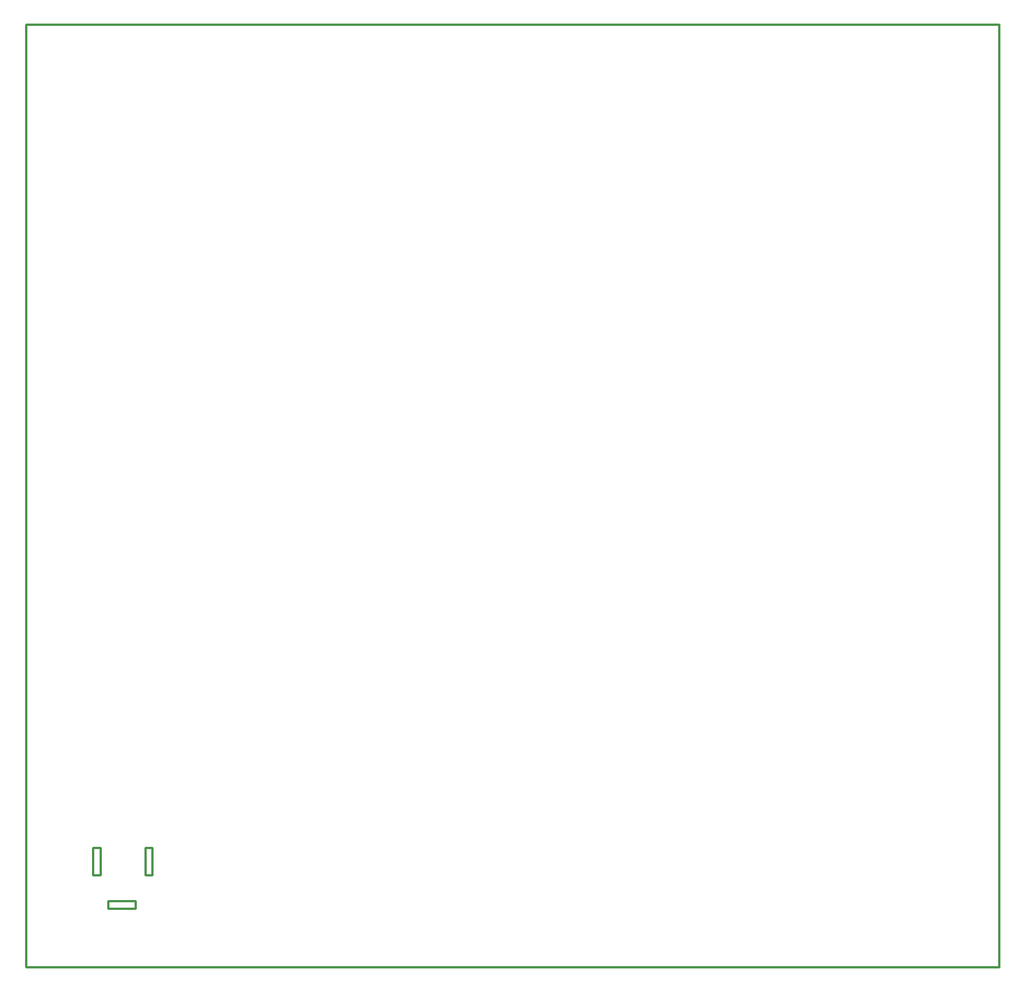
<source format=gbr>
G04 EAGLE Gerber RS-274X export*
G75*
%MOMM*%
%FSLAX34Y34*%
%LPD*%
%IN*%
%IPPOS*%
%AMOC8*
5,1,8,0,0,1.08239X$1,22.5*%
G01*
G04 Define Apertures*
%ADD10C,0.254000*%
D10*
X0Y0D02*
X1084000Y0D01*
X1084000Y1050000D01*
X0Y1050000D01*
X0Y0D01*
X92000Y65960D02*
X122000Y65960D01*
X122000Y73960D01*
X92000Y73960D01*
X92000Y65960D01*
X133000Y102960D02*
X141000Y102960D01*
X141000Y132960D01*
X133000Y132960D01*
X133000Y102960D01*
X75000Y102960D02*
X83000Y102960D01*
X83000Y132960D01*
X75000Y132960D01*
X75000Y102960D01*
X92000Y65960D02*
X122000Y65960D01*
X122000Y73960D01*
X92000Y73960D01*
X92000Y65960D01*
X75000Y102960D02*
X83000Y102960D01*
X83000Y132960D01*
X75000Y132960D01*
X75000Y102960D01*
X133000Y102960D02*
X141000Y102960D01*
X141000Y132960D01*
X133000Y132960D01*
X133000Y102960D01*
M02*

</source>
